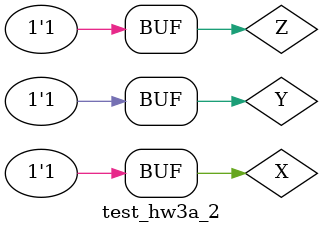
<source format=v>
`timescale 1ns / 1ps



module test_hw3a_2;

wire F;
reg  X, Y, Z;
hw3a_2b_2 U0(.f(F),.x(X),.y(Y),.z(Z));

initial
begin
X=0;Y=0;Z=0;
#10 X=0;Y=0;Z=1;
#10 X=0;Y=1;Z=0;
#10 X=0;Y=1;Z=1;
#10 X=1;Y=0;Z=0;
#10 X=1;Y=0;Z=1;
#10 X=1;Y=1;Z=0;
#10 X=1;Y=1;Z=1;

end
endmodule
</source>
